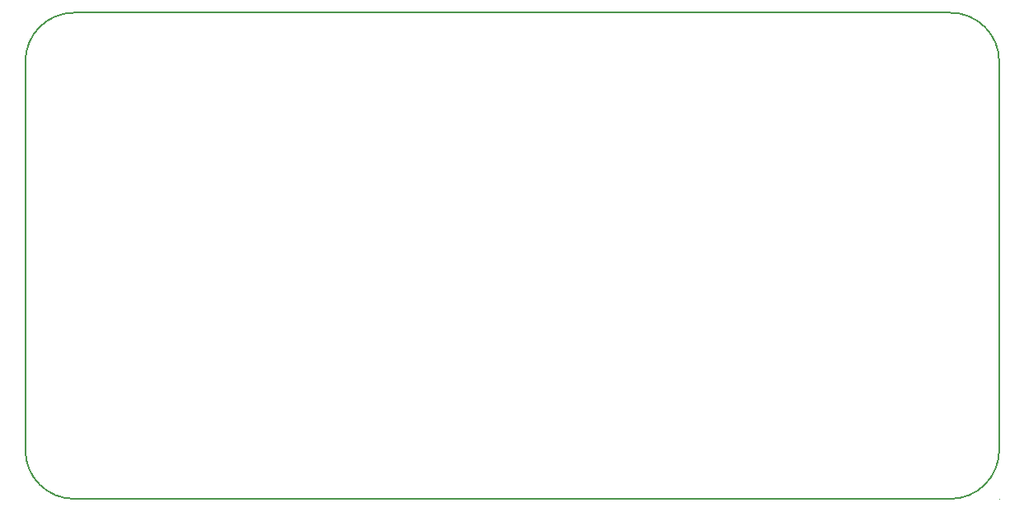
<source format=gm1>
%TF.GenerationSoftware,KiCad,Pcbnew,(6.0.7-1)-1*%
%TF.CreationDate,2022-11-21T17:18:22-08:00*%
%TF.ProjectId,telemetry-emulator-pcb,74656c65-6d65-4747-9279-2d656d756c61,rev?*%
%TF.SameCoordinates,Original*%
%TF.FileFunction,Profile,NP*%
%FSLAX46Y46*%
G04 Gerber Fmt 4.6, Leading zero omitted, Abs format (unit mm)*
G04 Created by KiCad (PCBNEW (6.0.7-1)-1) date 2022-11-21 17:18:22*
%MOMM*%
%LPD*%
G01*
G04 APERTURE LIST*
%TA.AperFunction,Profile*%
%ADD10C,0.200000*%
%TD*%
%TA.AperFunction,Profile*%
%ADD11C,0.100000*%
%TD*%
G04 APERTURE END LIST*
D10*
X185000000Y-65000000D02*
G75*
G03*
X180000000Y-60000000I-5000000J0D01*
G01*
X90000000Y-110000000D02*
X180000000Y-110000000D01*
D11*
X185000000Y-110000000D02*
X185000000Y-110000000D01*
X185000000Y-110000000D02*
X185000000Y-110000000D01*
X185000000Y-110000000D02*
X185000000Y-110000000D01*
X185000000Y-110000000D02*
X185000000Y-110000000D01*
D10*
X185000000Y-105000000D02*
X185000000Y-65000000D01*
X180000000Y-110000000D02*
G75*
G03*
X185000000Y-105000000I0J5000000D01*
G01*
X85000000Y-105000000D02*
X85000000Y-65000000D01*
X90000000Y-60000000D02*
G75*
G03*
X85000000Y-65000000I0J-5000000D01*
G01*
X85000000Y-105000000D02*
G75*
G03*
X90000000Y-110000000I5000000J0D01*
G01*
X90000000Y-60000000D02*
X180000000Y-60000000D01*
M02*

</source>
